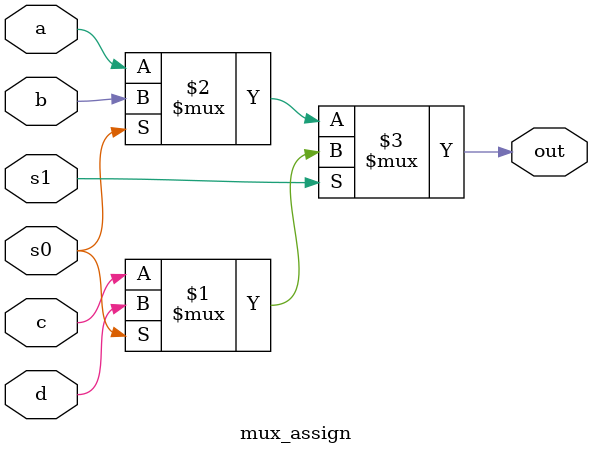
<source format=v>
module mux_assign ( input a, 
						  input b, 
						  input c, 
						  input d, 
						  input s0, s1,
						  output out); 
	assign out = s1 ? (s0 ? d : c) : (s0 ? b : a); 
endmodule

</source>
